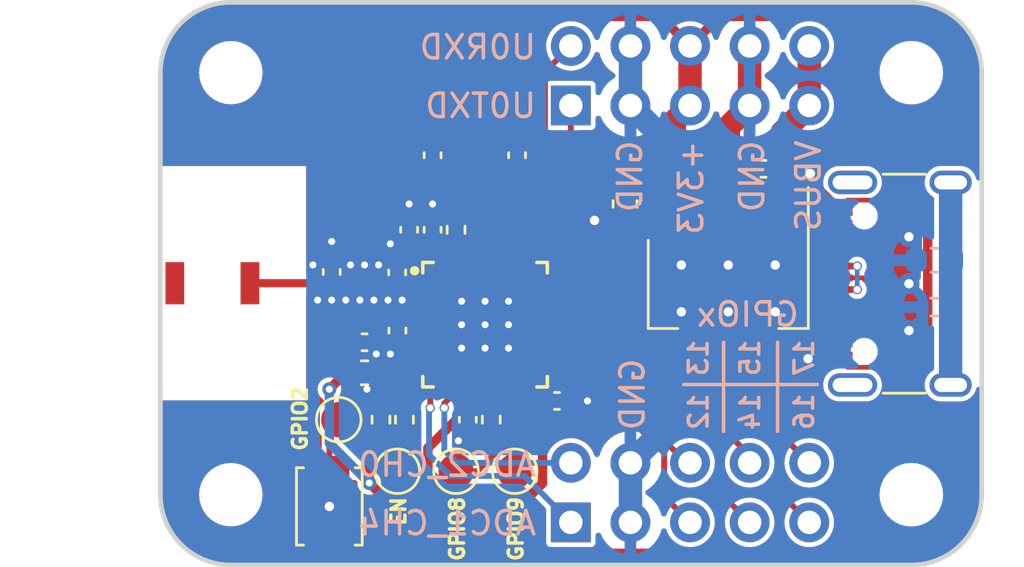
<source format=kicad_pcb>
(kicad_pcb (version 20221018) (generator pcbnew)
  (layers (0 "F.Cu" signal) (31 "B.Cu" signal) (34 "B.Paste" user) (35 "F.Paste" user) (36 "B.SilkS" user "B.Silkscreen") (37 "F.SilkS" user "F.Silkscreen") (38 "B.Mask" user) (39 "F.Mask" user) (44 "Edge.Cuts" user))
  (net 0 "")
  (net 1 "+3V3")
  (net 6 "VBUS")
  (net 7 "GND")
  (net 13 "/USB_D-")
  (net 14 "/USB_D+")
  (net 16 "/GPIO9")
  (net 17 "/GPIO2")
  (net 19 "/EN")
  (net 20 "/RF")
  (net 21 "/ANT")
  (net 22 "/SHIELD")
  (net 23 "/GPIO8")
  (net 24 "/XTAL_P")
  (net 25 "/XTAL_N")
  (net 26 "/XTAL_P_RES")
  (net 27 "/VDD3P3")
  (net 28 "/U0RXD")
  (net 29 "/U0TXD")
  (net 30 "/GPIO12")
  (net 31 "/GPIO13")
  (net 32 "/GPIO14")
  (net 33 "/GPIO15")
  (net 34 "/GPIO16")
  (net 35 "/GPIO17")
  (net 36 "/ADC1_CH4")
  (net 37 "/ADC2_CH0")
  (footprint "TestPoint:TestPoint_Pad_D1.5mm" (layer "F.Cu") (at 126.6 87.8)
    (fp_text reference "TP4" hide)
    (fp_text value "GPIO2" hide)
    (pad "1" smd circle (at 0 0) (size 1.5 1.5) (layers "F.Cu" "F.Mask") (net 17 "/GPIO2"))
  )
  (footprint "MountingHole:MountingHole_2.2mm_M2" (layer "F.Cu") (at 122 73)
    (fp_text reference "H3" hide)
    (fp_text value "MountingHole" hide)
    (pad "" np_thru_hole circle locked (at 0 0) (size 2.2 2.2) (drill 2.2) (layers "*.Cu" "*.Mask"))
  )
  (footprint "Resistor_SMD:R_0402_1005Metric" (layer "F.Cu") (at 129.4 87.8 90)
    (fp_text reference "R4" hide)
    (fp_text value "10k" hide)
    (pad "1" smd roundrect (at -0.51 0 90) (size 0.54 0.64) (layers "F.Cu" "F.Paste" "F.Mask") (net 1 "+3V3"))
    (pad "2" smd roundrect (at 0.51 0 90) (size 0.54 0.64) (layers "F.Cu" "F.Paste" "F.Mask") (net 19 "/EN"))
  )
  (footprint "Capacitor_SMD:C_0402_1005Metric" (layer "F.Cu") (at 135.9 87)
    (fp_text reference "C2" hide)
    (fp_text value "100n" hide)
    (pad "1" smd roundrect (at -0.48 0) (size 0.56 0.62) (layers "F.Cu" "F.Paste" "F.Mask") (net 1 "+3V3"))
    (pad "2" smd roundrect (at 0.48 0) (size 0.56 0.62) (layers "F.Cu" "F.Paste" "F.Mask") (net 7 "GND"))
  )
  (footprint "MountingHole:MountingHole_2.2mm_M2" (layer "F.Cu") (at 151 73)
    (fp_text reference "H2" hide)
    (fp_text value "MountingHole" hide)
    (pad "" np_thru_hole circle locked (at 0 0) (size 2.2 2.2) (drill 2.2) (layers "*.Cu" "*.Mask"))
  )
  (footprint "Capacitor_SMD:C_0402_1005Metric" (layer "F.Cu") (at 130.6 76.52 90)
    (fp_text reference "C5" hide)
    (fp_text value "12pF" hide)
    (pad "1" smd roundrect (at -0.48 0 90) (size 0.56 0.62) (layers "F.Cu" "F.Paste" "F.Mask") (net 24 "/XTAL_P"))
    (pad "2" smd roundrect (at 0.48 0 90) (size 0.56 0.62) (layers "F.Cu" "F.Paste" "F.Mask") (net 7 "GND"))
  )
  (footprint "TestPoint:TestPoint_Pad_D1.5mm" (layer "F.Cu") (at 134.1 90)
    (fp_text reference "TP2" hide)
    (fp_text value "GPIO9" hide)
    (pad "1" smd circle (at 0 0) (size 1.5 1.5) (layers "F.Cu" "F.Mask") (net 16 "/GPIO9"))
  )
  (footprint "Capacitor_SMD:C_0603_1608Metric" (layer "F.Cu") (at 127.7 85.8)
    (fp_text reference "C18" hide)
    (fp_text value "10u" hide)
    (pad "1" smd roundrect (at -0.775 0) (size 0.9 0.95) (layers "F.Cu" "F.Paste" "F.Mask") (net 1 "+3V3"))
    (pad "2" smd roundrect (at 0.775 0) (size 0.9 0.95) (layers "F.Cu" "F.Paste" "F.Mask") (net 7 "GND"))
  )
  (footprint "Capacitor_SMD:C_0402_1005Metric" (layer "F.Cu") (at 126.3 81.5 90)
    (fp_text reference "C14" hide)
    (fp_text value "C" hide)
    (pad "1" smd roundrect (at -0.48 0 90) (size 0.56 0.62) (layers "F.Cu" "F.Paste" "F.Mask") (net 20 "/RF"))
    (pad "2" smd roundrect (at 0.48 0 90) (size 0.56 0.62) (layers "F.Cu" "F.Paste" "F.Mask") (net 7 "GND"))
  )
  (footprint "Capacitor_SMD:C_0402_1005Metric" (layer "F.Cu") (at 130.6 79.7 90)
    (fp_text reference "C4" hide)
    (fp_text value "1u" hide)
    (pad "1" smd roundrect (at -0.48 0 90) (size 0.56 0.62) (layers "F.Cu" "F.Paste" "F.Mask") (net 1 "+3V3"))
    (pad "2" smd roundrect (at 0.48 0 90) (size 0.56 0.62) (layers "F.Cu" "F.Paste" "F.Mask") (net 7 "GND"))
  )
  (footprint "Capacitor_SMD:C_0402_1005Metric" (layer "F.Cu") (at 129.09 81.52 90)
    (fp_text reference "C1" hide)
    (fp_text value "C" hide)
    (pad "1" smd roundrect (at -0.48 0 90) (size 0.56 0.62) (layers "F.Cu" "F.Paste" "F.Mask") (net 21 "/ANT"))
    (pad "2" smd roundrect (at 0.48 0 90) (size 0.56 0.62) (layers "F.Cu" "F.Paste" "F.Mask") (net 7 "GND"))
  )
  (footprint "Inductor_SMD:L_0402_1005Metric" (layer "F.Cu") (at 127.7 81.95)
    (fp_text reference "L1" hide)
    (fp_text value "L" hide)
    (pad "1" smd roundrect (at -0.485 0) (size 0.59 0.64) (layers "F.Cu" "F.Paste" "F.Mask") (net 20 "/RF"))
    (pad "2" smd roundrect (at 0.485 0) (size 0.59 0.64) (layers "F.Cu" "F.Paste" "F.Mask") (net 21 "/ANT"))
  )
  (footprint "Capacitor_SMD:C_0402_1005Metric" (layer "F.Cu") (at 134.2 76.52 -90)
    (fp_text reference "C6" hide)
    (fp_text value "12pF" hide)
    (pad "1" smd roundrect (at -0.48 0 270) (size 0.56 0.62) (layers "F.Cu" "F.Paste" "F.Mask") (net 25 "/XTAL_N"))
    (pad "2" smd roundrect (at 0.48 0 270) (size 0.56 0.62) (layers "F.Cu" "F.Paste" "F.Mask") (net 7 "GND"))
  )
  (footprint "Inductor_SMD:L_0402_1005Metric" (layer "F.Cu") (at 127.7 83.5)
    (fp_text reference "L2" hide)
    (fp_text value "2n" hide)
    (pad "1" smd roundrect (at -0.485 0) (size 0.59 0.64) (layers "F.Cu" "F.Paste" "F.Mask") (net 1 "+3V3"))
    (pad "2" smd roundrect (at 0.485 0) (size 0.59 0.64) (layers "F.Cu" "F.Paste" "F.Mask") (net 27 "/VDD3P3"))
  )
  (footprint "TestPoint:TestPoint_Pad_D1.5mm" (layer "F.Cu") (at 131.6 90)
    (fp_text reference "TP3" hide)
    (fp_text value "GPIO8" hide)
    (pad "1" smd circle (at 0 0) (size 1.5 1.5) (layers "F.Cu" "F.Mask") (net 23 "/GPIO8"))
  )
  (footprint "Connector_USB:USB_C_Receptacle_GCT_USB4105-xx-A_16P_TopMnt_Horizontal" (layer "F.Cu") (at 151.6 82 90)
    (fp_text reference "J1" hide)
    (fp_text value "USB_C_Receptacle_USB2.0" hide)
    (pad "" np_thru_hole circle locked (at -2.89 -2.605 90) (size 0.65 0.65) (drill 0.65) (layers "F&B.Cu" "*.Mask"))
    (pad "" np_thru_hole circle locked (at 2.89 -2.605 90) (size 0.65 0.65) (drill 0.65) (layers "F&B.Cu" "*.Mask"))
    (pad "A1" smd rect locked (at -3.2 -3.68 90) (size 0.6 1.15) (layers "F.Cu" "F.Paste" "F.Mask") (net 7 "GND"))
    (pad "A4" smd rect locked (at -2.4 -3.68 90) (size 0.6 1.15) (layers "F.Cu" "F.Paste" "F.Mask") (net 6 "VBUS"))
    (pad "A5" smd rect locked (at -1.25 -3.68 90) (size 0.3 1.15) (layers "F.Cu" "F.Paste" "F.Mask"))
    (pad "A6" smd rect locked (at -0.25 -3.68 90) (size 0.3 1.15) (layers "F.Cu" "F.Paste" "F.Mask") (net 13 "/USB_D-"))
    (pad "A7" smd rect locked (at 0.25 -3.68 90) (size 0.3 1.15) (layers "F.Cu" "F.Paste" "F.Mask") (net 14 "/USB_D+"))
    (pad "A8" smd rect locked (at 1.25 -3.68 90) (size 0.3 1.15) (layers "F.Cu" "F.Paste" "F.Mask"))
    (pad "A9" smd rect locked (at 2.4 -3.68 90) (size 0.6 1.15) (layers "F.Cu" "F.Paste" "F.Mask") (net 6 "VBUS"))
    (pad "A12" smd rect locked (at 3.2 -3.68 90) (size 0.6 1.15) (layers "F.Cu" "F.Paste" "F.Mask") (net 7 "GND"))
    (pad "B1" smd rect locked (at 3.2 -3.68 90) (size 0.6 1.15) (layers "F.Cu" "F.Paste" "F.Mask") (net 7 "GND"))
    (pad "B4" smd rect locked (at 2.4 -3.68 90) (size 0.6 1.15) (layers "F.Cu" "F.Paste" "F.Mask") (net 6 "VBUS"))
    (pad "B5" smd rect locked (at 1.75 -3.68 90) (size 0.3 1.15) (layers "F.Cu" "F.Paste" "F.Mask"))
    (pad "B6" smd rect locked (at 0.75 -3.68 90) (size 0.3 1.15) (layers "F.Cu" "F.Paste" "F.Mask") (net 13 "/USB_D-"))
    (pad "B7" smd rect locked (at -0.75 -3.68 90) (size 0.3 1.15) (layers "F.Cu" "F.Paste" "F.Mask") (net 14 "/USB_D+"))
    (pad "B8" smd rect locked (at -1.75 -3.68 90) (size 0.3 1.15) (layers "F.Cu" "F.Paste" "F.Mask"))
    (pad "B9" smd rect locked (at -2.4 -3.68 90) (size 0.6 1.15) (layers "F.Cu" "F.Paste" "F.Mask") (net 6 "VBUS"))
    (pad "B12" smd rect locked (at -3.2 -3.68 90) (size 0.6 1.15) (layers "F.Cu" "F.Paste" "F.Mask") (net 7 "GND"))
    (pad "S1" thru_hole oval locked (at -4.32 -3.105 90) (size 1 2.1) (drill oval 0.6 1.7) (layers "*.Cu" "*.Mask" "F.Paste") (net 22 "/SHIELD"))
    (pad "S1" thru_hole oval locked (at -4.32 1.075 90) (size 1 1.8) (drill oval 0.6 1.4) (layers "*.Cu" "*.Mask" "F.Paste") (net 22 "/SHIELD"))
    (pad "S1" thru_hole oval locked (at 4.32 -3.105 90) (size 1 2.1) (drill oval 0.6 1.7) (layers "*.Cu" "*.Mask" "F.Paste") (net 22 "/SHIELD"))
    (pad "S1" thru_hole oval locked (at 4.32 1.075 90) (size 1 1.8) (drill oval 0.6 1.4) (layers "*.Cu" "*.Mask" "F.Paste") (net 22 "/SHIELD"))
  )
  (footprint "Capacitor_SMD:C_0402_1005Metric" (layer "F.Cu") (at 129.1 84 -90)
    (fp_text reference "C15" hide)
    (fp_text value "100n" hide)
    (pad "1" smd roundrect (at -0.48 0 270) (size 0.56 0.62) (layers "F.Cu" "F.Paste" "F.Mask") (net 27 "/VDD3P3"))
    (pad "2" smd roundrect (at 0.48 0 270) (size 0.56 0.62) (layers "F.Cu" "F.Paste" "F.Mask") (net 7 "GND"))
  )
  (footprint "MountingHole:MountingHole_2.2mm_M2" (layer "F.Cu") (at 151 91)
    (fp_text reference "H1" hide)
    (fp_text value "MountingHole" hide)
    (pad "" np_thru_hole circle locked (at 0 0) (size 2.2 2.2) (drill 2.2) (layers "*.Cu" "*.Mask"))
  )
  (footprint "Connector_PinHeader_2.54mm:PinHeader_2x05_P2.54mm_Vertical" (layer "F.Cu") (at 136.49 92.18 90)
    (fp_text reference "J2" hide)
    (fp_text value "Conn_02x05_Odd_Even" hide)
    (pad "1" thru_hole rect locked (at 0 0 90) (size 1.7 1.7) (drill 1) (layers "*.Cu" "*.Mask") (net 36 "/ADC1_CH4"))
    (pad "2" thru_hole oval locked (at 2.54 0 90) (size 1.7 1.7) (drill 1) (layers "*.Cu" "*.Mask") (net 37 "/ADC2_CH0"))
    (pad "3" thru_hole oval locked (at 0 2.54 90) (size 1.7 1.7) (drill 1) (layers "*.Cu" "*.Mask") (net 7 "GND"))
    (pad "4" thru_hole oval locked (at 2.54 2.54 90) (size 1.7 1.7) (drill 1) (layers "*.Cu" "*.Mask") (net 7 "GND"))
    (pad "5" thru_hole oval locked (at 0 5.08 90) (size 1.7 1.7) (drill 1) (layers "*.Cu" "*.Mask") (net 30 "/GPIO12"))
    (pad "6" thru_hole oval locked (at 2.54 5.08 90) (size 1.7 1.7) (drill 1) (layers "*.Cu" "*.Mask") (net 31 "/GPIO13"))
    (pad "7" thru_hole oval locked (at 0 7.62 90) (size 1.7 1.7) (drill 1) (layers "*.Cu" "*.Mask") (net 32 "/GPIO14"))
    (pad "8" thru_hole oval locked (at 2.54 7.62 90) (size 1.7 1.7) (drill 1) (layers "*.Cu" "*.Mask") (net 33 "/GPIO15"))
    (pad "9" thru_hole oval locked (at 0 10.16 90) (size 1.7 1.7) (drill 1) (layers "*.Cu" "*.Mask") (net 34 "/GPIO16"))
    (pad "10" thru_hole oval locked (at 2.54 10.16 90) (size 1.7 1.7) (drill 1) (layers "*.Cu" "*.Mask") (net 35 "/GPIO17"))
  )
  (footprint "Connector_PinHeader_2.54mm:PinHeader_2x05_P2.54mm_Vertical" (layer "F.Cu") (at 136.49 74.4 90)
    (fp_text reference "J3" hide)
    (fp_text value "Conn_02x05_Odd_Even" hide)
    (pad "1" thru_hole rect locked (at 0 0 90) (size 1.7 1.7) (drill 1) (layers "*.Cu" "*.Mask") (net 28 "/U0RXD"))
    (pad "2" thru_hole oval locked (at 2.54 0 90) (size 1.7 1.7) (drill 1) (layers "*.Cu" "*.Mask") (net 29 "/U0TXD"))
    (pad "3" thru_hole oval locked (at 0 2.54 90) (size 1.7 1.7) (drill 1) (layers "*.Cu" "*.Mask") (net 7 "GND"))
    (pad "4" thru_hole oval locked (at 2.54 2.54 90) (size 1.7 1.7) (drill 1) (layers "*.Cu" "*.Mask") (net 7 "GND"))
    (pad "5" thru_hole oval locked (at 0 5.08 90) (size 1.7 1.7) (drill 1) (layers "*.Cu" "*.Mask") (net 1 "+3V3"))
    (pad "6" thru_hole oval locked (at 2.54 5.08 90) (size 1.7 1.7) (drill 1) (layers "*.Cu" "*.Mask") (net 1 "+3V3"))
    (pad "7" thru_hole oval locked (at 0 7.62 90) (size 1.7 1.7) (drill 1) (layers "*.Cu" "*.Mask") (net 7 "GND"))
    (pad "8" thru_hole oval locked (at 2.54 7.62 90) (size 1.7 1.7) (drill 1) (layers "*.Cu" "*.Mask") (net 7 "GND"))
    (pad "9" thru_hole oval locked (at 0 10.16 90) (size 1.7 1.7) (drill 1) (layers "*.Cu" "*.Mask") (net 6 "VBUS"))
    (pad "10" thru_hole oval locked (at 2.54 10.16 90) (size 1.7 1.7) (drill 1) (layers "*.Cu" "*.Mask") (net 6 "VBUS"))
  )
  (footprint "Capacitor_SMD:C_0402_1005Metric" (layer "F.Cu") (at 129.6 79.7 90)
    (fp_text reference "C3" hide)
    (fp_text value "10n" hide)
    (pad "1" smd roundrect (at -0.48 0 90) (size 0.56 0.62) (layers "F.Cu" "F.Paste" "F.Mask") (net 1 "+3V3"))
    (pad "2" smd roundrect (at 0.48 0 90) (size 0.56 0.62) (layers "F.Cu" "F.Paste" "F.Mask") (net 7 "GND"))
  )
  (footprint "Resistor_SMD:R_0402_1005Metric" (layer "F.Cu") (at 133.1 87.8 90)
    (fp_text reference "R2" hide)
    (fp_text value "10k" hide)
    (pad "1" smd roundrect (at -0.51 0 90) (size 0.54 0.64) (layers "F.Cu" "F.Paste" "F.Mask") (net 1 "+3V3"))
    (pad "2" smd roundrect (at 0.51 0 90) (size 0.54 0.64) (layers "F.Cu" "F.Paste" "F.Mask") (net 23 "/GPIO8"))
  )
  (footprint "Capacitor_SMD:C_0402_1005Metric" (layer "F.Cu") (at 144.7 77.1 180)
    (fp_text reference "C12" hide)
    (fp_text value "100n" hide)
    (pad "1" smd roundrect (at -0.48 0 180) (size 0.56 0.62) (layers "F.Cu" "F.Paste" "F.Mask") (net 6 "VBUS"))
    (pad "2" smd roundrect (at 0.48 0 180) (size 0.56 0.62) (layers "F.Cu" "F.Paste" "F.Mask") (net 7 "GND"))
  )
  (footprint "Resistor_SMD:R_0402_1005Metric" (layer "F.Cu") (at 128.4 87.8 90)
    (fp_text reference "R3" hide)
    (fp_text value "10k" hide)
    (pad "1" smd roundrect (at -0.51 0 90) (size 0.54 0.64) (layers "F.Cu" "F.Paste" "F.Mask") (net 1 "+3V3"))
    (pad "2" smd roundrect (at 0.51 0 90) (size 0.54 0.64) (layers "F.Cu" "F.Paste" "F.Mask") (net 17 "/GPIO2"))
  )
  (footprint "Resistor_SMD:R_0402_1005Metric" (layer "F.Cu") (at 131.6 79.7 -90)
    (fp_text reference "R6" hide)
    (fp_text value "R" hide)
    (pad "1" smd roundrect (at -0.51 0 270) (size 0.54 0.64) (layers "F.Cu" "F.Paste" "F.Mask") (net 24 "/XTAL_P"))
    (pad "2" smd roundrect (at 0.51 0 270) (size 0.54 0.64) (layers "F.Cu" "F.Paste" "F.Mask") (net 26 "/XTAL_P_RES"))
  )
  (footprint "encyclopedia_galactica:ABM11W-30.0000MHZ-7-D1X-T3" (layer "F.Cu") (at 132.400001 76.7 180)
    (fp_text reference "Y1" hide)
    (fp_text value "ABM11W-32.0000MHZ-7-D1X-T3 " hide)
    (pad "1" smd rect (at -0.637 -0.487 270) (size 0.775 0.875) (layers "F.Cu" "F.Paste" "F.Mask") (net 7 "GND"))
    (pad "2" smd rect (at 0.637 -0.487 270) (size 0.775 0.875) (layers "F.Cu" "F.Paste" "F.Mask") (net 24 "/XTAL_P"))
    (pad "3" smd rect (at -0.637 0.487 270) (size 0.775 0.875) (layers "F.Cu" "F.Paste" "F.Mask") (net 25 "/XTAL_N"))
    (pad "4" smd rect (at 0.637 0.487 270) (size 0.775 0.875) (layers "F.Cu" "F.Paste" "F.Mask") (net 7 "GND"))
  )
  (footprint "Package_TO_SOT_SMD:SOT-223-3_TabPin2" (layer "F.Cu") (at 143.2 82 -90)
    (fp_text reference "U2" hide)
    (fp_text value "LM2937xMP" hide)
    (pad "1" smd rect locked (at -3.15 -2.3 270) (size 2 1.5) (layers "F.Cu" "F.Paste" "F.Mask") (net 6 "VBUS"))
    (pad "2" smd rect locked (at -3.15 0 270) (size 2 1.5) (layers "F.Cu" "F.Paste" "F.Mask") (net 7 "GND"))
    (pad "2" smd rect locked (at 3.15 0 270) (size 2 3.8) (layers "F.Cu" "F.Paste" "F.Mask") (net 7 "GND"))
    (pad "3" smd rect locked (at -3.15 2.3 270) (size 2 1.5) (layers "F.Cu" "F.Paste" "F.Mask") (net 1 "+3V3"))
  )
  (footprint "Capacitor_SMD:C_0402_1005Metric" (layer "F.Cu") (at 132.1 87.8 -90)
    (fp_text reference "C17" hide)
    (fp_text value "100n" hide)
    (pad "1" smd roundrect (at -0.48 0 270) (size 0.56 0.62) (layers "F.Cu" "F.Paste" "F.Mask") (net 1 "+3V3"))
    (pad "2" smd roundrect (at 0.48 0 270) (size 0.56 0.62) (layers "F.Cu" "F.Paste" "F.Mask") (net 7 "GND"))
  )
  (footprint "MountingHole:MountingHole_2.2mm_M2" (layer "F.Cu") (at 122 91)
    (fp_text reference "H4" hide)
    (fp_text value "MountingHole" hide)
    (pad "" np_thru_hole circle locked (at 0 0) (size 2.2 2.2) (drill 2.2) (layers "*.Cu" "*.Mask"))
  )
  (footprint "encyclopedia_galactica:QFN32_5X5_EXP" (layer "F.Cu") (at 132.834851 83.7487)
    (fp_text reference "U1" hide)
    (fp_text value "ESP32-C3" hide)
    (pad "1" smd rect locked (at -2.4487 -1.749999 90) (size 0.2548 0.757199) (layers "F.Cu" "F.Paste" "F.Mask") (net 21 "/ANT"))
    (pad "2" smd rect locked (at -2.4487 -1.25 90) (size 0.2548 0.757199) (layers "F.Cu" "F.Paste" "F.Mask") (net 27 "/VDD3P3"))
    (pad "3" smd rect locked (at -2.4487 -0.750001 90) (size 0.2548 0.757199) (layers "F.Cu" "F.Paste" "F.Mask") (net 27 "/VDD3P3"))
    (pad "4" smd rect locked (at -2.4487 -0.25 90) (size 0.2548 0.757199) (layers "F.Cu" "F.Paste" "F.Mask"))
    (pad "5" smd rect locked (at -2.4487 0.25 90) (size 0.2548 0.757199) (layers "F.Cu" "F.Paste" "F.Mask"))
    (pad "6" smd rect locked (at -2.4487 0.750001 90) (size 0.2548 0.757199) (layers "F.Cu" "F.Paste" "F.Mask") (net 17 "/GPIO2"))
    (pad "7" smd rect locked (at -2.4487 1.25 90) (size 0.2548 0.757199) (layers "F.Cu" "F.Paste" "F.Mask") (net 19 "/EN"))
    (pad "8" smd rect locked (at -2.4487 1.749999 90) (size 0.2548 0.757199) (layers "F.Cu" "F.Paste" "F.Mask"))
    (pad "9" smd rect locked (at -1.749999 2.4487) (size 0.2548 0.757199) (layers "F.Cu" "F.Paste" "F.Mask") (net 36 "/ADC1_CH4"))
    (pad "10" smd rect locked (at -1.25 2.4487) (size 0.2548 0.757199) (layers "F.Cu" "F.Paste" "F.Mask") (net 37 "/ADC2_CH0"))
    (pad "11" smd rect locked (at -0.750001 2.4487) (size 0.2548 0.757199) (layers "F.Cu" "F.Paste" "F.Mask") (net 1 "+3V3"))
    (pad "12" smd rect locked (at -0.25 2.4487) (size 0.2548 0.757199) (layers "F.Cu" "F.Paste" "F.Mask"))
    (pad "13" smd rect locked (at 0.25 2.4487) (size 0.2548 0.757199) (layers "F.Cu" "F.Paste" "F.Mask"))
    (pad "14" smd rect locked (at 0.750001 2.4487) (size 0.2548 0.757199) (layers "F.Cu" "F.Paste" "F.Mask") (net 23 "/GPIO8"))
    (pad "15" smd rect locked (at 1.25 2.4487) (size 0.2548 0.757199) (layers "F.Cu" "F.Paste" "F.Mask") (net 16 "/GPIO9"))
    (pad "16" smd rect locked (at 1.749999 2.4487) (size 0.2548 0.757199) (layers "F.Cu" "F.Paste" "F.Mask"))
    (pad "17" smd rect locked (at 2.4487 1.749999 90) (size 0.2548 0.757199) (layers "F.Cu" "F.Paste" "F.Mask") (net 1 "+3V3"))
    (pad "18" smd rect locked (at 2.4487 1.25 90) (size 0.2548 0.757199) (layers "F.Cu" "F.Paste" "F.Mask"))
    (pad "19" smd rect locked (at 2.4487 0.750001 90) (size 0.2548 0.757199) (layers "F.Cu" "F.Paste" "F.Mask") (net 30 "/GPIO12"))
    (pad "20" smd rect locked (at 2.4487 0.25 90) (size 0.2548 0.757199) (layers "F.Cu" "F.Paste" "F.Mask") (net 31 "/GPIO13"))
    (pad "21" smd rect locked (at 2.4487 -0.25 90) (size 0.2548 0.757199) (layers "F.Cu" "F.Paste" "F.Mask") (net 32 "/GPIO14"))
    (pad "22" smd rect locked (at 2.4487 -0.750001 90) (size 0.2548 0.757199) (layers "F.Cu" "F.Paste" "F.Mask") (net 33 "/GPIO15"))
    (pad "23" smd rect locked (at 2.4487 -1.25 90) (size 0.2548 0.757199) (layers "F.Cu" "F.Paste" "F.Mask") (net 34 "/GPIO16"))
    (pad "24" smd rect locked (at 2.4487 -1.749999 90) (size 0.2548 0.757199) (layers "F.Cu" "F.Paste" "F.Mask") (net 35 "/GPIO17"))
    (pad "25" smd rect locked (at 1.749999 -2.4487) (size 0.2548 0.757199) (layers "F.Cu" "F.Paste" "F.Mask") (net 13 "/USB_D-"))
    (pad "26" smd rect locked (at 1.25 -2.4487) (size 0.2548 0.757199) (layers "F.Cu" "F.Paste" "F.Mask") (net 14 "/USB_D+"))
    (pad "27" smd rect locked (at 0.750001 -2.4487) (size 0.2548 0.757199) (layers "F.Cu" "F.Paste" "F.Mask") (net 28 "/U0RXD"))
    (pad "28" smd rect locked (at 0.25 -2.4487) (size 0.2548 0.757199) (layers "F.Cu" "F.Paste" "F.Mask") (net 29 "/U0TXD"))
    (pad "29" smd rect locked (at -0.25 -2.4487) (size 0.2548 0.757199) (layers "F.Cu" "F.Paste" "F.Mask") (net 25 "/XTAL_N"))
    (pad "30" smd rect locked (at -0.750001 -2.4487) (size 0.2548 0.757199) (layers "F.Cu" "F.Paste" "F.Mask") (net 26 "/XTAL_P_RES"))
    (pad "31" smd rect locked (at -1.25 -2.4487) (size 0.2548 0.757199) (layers "F.Cu" "F.Paste" "F.Mask") (net 1 "+3V3"))
    (pad "32" smd rect locked (at -1.749999 -2.4487) (size 0.2548 0.757199) (layers "F.Cu" "F.Paste" "F.Mask") (net 1 "+3V3"))
    (pad "33" smd rect locked (at 0 0) (size 3.7592 3.7592) (layers "F.Cu" "F.Mask") (net 7 "GND"))
  )
  (footprint "Capacitor_SMD:C_0402_1005Metric" (layer "F.Cu") (at 127.7 84.5)
    (fp_text reference "C16" hide)
    (fp_text value "100n" hide)
    (pad "1" smd roundrect (at -0.48 0) (size 0.56 0.62) (layers "F.Cu" "F.Paste" "F.Mask") (net 1 "+3V3"))
    (pad "2" smd roundrect (at 0.48 0) (size 0.56 0.62) (layers "F.Cu" "F.Paste" "F.Mask") (net 7 "GND"))
  )
  (footprint "TestPoint:TestPoint_Pad_D1.5mm" (layer "F.Cu") (at 129.1 90)
    (fp_text reference "TP1" hide)
    (fp_text value "EN" hide)
    (pad "1" smd circle (at 0 0) (size 1.5 1.5) (layers "F.Cu" "F.Mask") (net 19 "/EN"))
  )
  (footprint "Capacitor_SMD:C_0603_1608Metric" (layer "F.Cu") (at 138.8 78.6 -90)
    (fp_text reference "C13" hide)
    (fp_text value "10u" hide)
    (pad "1" smd roundrect (at -0.775 0 270) (size 0.9 0.95) (layers "F.Cu" "F.Paste" "F.Mask") (net 1 "+3V3"))
    (pad "2" smd roundrect (at 0.775 0 270) (size 0.9 0.95) (layers "F.Cu" "F.Paste" "F.Mask") (net 7 "GND"))
  )
  (footprint "Button_Switch_SMD:SW_SPST_B3U-1000P" (layer "F.Cu") (at 126.2 91.5 90)
    (fp_text reference "SW1" hide)
    (fp_text value "SW_Push" hide)
    (pad "1" smd rect (at -1.7 0 90) (size 0.9 1.7) (layers "F.Cu" "F.Paste" "F.Mask") (net 7 "GND"))
    (pad "2" smd rect (at 1.7 0 90) (size 0.9 1.7) (layers "F.Cu" "F.Paste" "F.Mask") (net 17 "/GPIO2"))
  )
  (footprint "encyclopedia_galactica:2108838-1" (layer "F.Cu") (at 118.715 81.98)
    (fp_text reference "AE1" hide)
    (fp_text value "2108838-1" hide)
    (pad "1" smd rect locked (at 4.1 0) (size 0.8 1.8) (layers "F.Cu" "F.Paste" "F.Mask") (net 20 "/RF"))
    (pad "2" smd rect locked (at 0.9 0) (size 0.8 1.8) (layers "F.Cu" "F.Paste" "F.Mask"))
    (zone (net 0) (net_name "") (layers "*.Cu") (connect_pads (clearance 0)) (min_thickness 0.25)
      (keepout (tracks allowed) (vias not_allowed) (pads allowed) (copperpour not_allowed) (footprints not_allowed))
      (fill (thermal_gap 0.5) (thermal_bridge_width 0.5))
      (polygon (pts (xy 112.215 76.98) (xy 112.215 86.98) (xy 125.215 86.98) (xy 125.215 76.98)))
    )
  )
  (footprint "Capacitor_SMD:C_0603_1608Metric" (layer "B.Cu") (at 151.98 81 180)
    (fp_text reference "C11" hide)
    (fp_text value "C" hide)
    (pad "1" smd roundrect (at -0.775 0 180) (size 0.9 0.95) (layers "B.Cu" "B.Paste" "B.Mask") (net 22 "/SHIELD"))
    (pad "2" smd roundrect (at 0.775 0 180) (size 0.9 0.95) (layers "B.Cu" "B.Paste" "B.Mask") (net 7 "GND"))
  )
  (footprint "Resistor_SMD:R_0402_1005Metric" (layer "B.Cu") (at 151.98 83 180)
    (fp_text reference "R1" hide)
    (fp_text value "R" hide)
    (pad "1" smd roundrect (at -0.51 0 180) (size 0.54 0.64) (layers "B.Cu" "B.Paste" "B.Mask") (net 22 "/SHIELD"))
    (pad "2" smd roundrect (at 0.51 0 180) (size 0.54 0.64) (layers "B.Cu" "B.Paste" "B.Mask") (net 7 "GND"))
  )
  (gr_line (start 143 84.5) (end 143 88.3) (stroke (width 0.15)) (layer "B.SilkS"))
  (gr_line (start 145.3 84.5) (end 145.3 88.3) (stroke (width 0.15)) (layer "B.SilkS"))
  (gr_line (start 141.3 86.3) (end 147 86.3) (stroke (width 0.15)) (layer "B.SilkS"))
  (gr_line locked (start 122.000001 94) (end 151 94) (stroke (width 0.2)) (layer "Edge.Cuts"))
  (gr_arc locked (start 154.000002 91.000001) (mid 153.121322 93.121321) (end 151.000002 94.000001) (stroke (width 0.2)) (layer "Edge.Cuts"))
  (gr_line locked (start 119.000001 72.999999) (end 119 91) (stroke (width 0.2)) (layer "Edge.Cuts"))
  (gr_arc locked (start 151.000002 69.999999) (mid 153.121321 70.878679) (end 154.000002 72.999999) (stroke (width 0.2)) (layer "Edge.Cuts"))
  (gr_arc locked (start 122 94.000001) (mid 119.878673 93.121322) (end 119 91.000001) (stroke (width 0.2)) (layer "Edge.Cuts"))
  (gr_line locked (start 154.000003 73) (end 154.000002 91.000001) (stroke (width 0.2)) (layer "Edge.Cuts"))
  (gr_arc locked (start 119.000001 73) (mid 119.878674 70.878667) (end 122.000001 70) (stroke (width 0.2)) (layer "Edge.Cuts"))
  (gr_line locked (start 122.000001 70) (end 151 70) (stroke (width 0.2)) (layer "Edge.Cuts"))
  (gr_text "ADC1_CH4" (at 135.1 92.8) (layer "B.SilkS") (effects (font (size 1 1)) (justify left bottom mirror)))
  (gr_text "GND" (at 139.6 75.8 90) (layer "B.SilkS") (effects (font (size 1 1)) (justify left bottom mirror)))
  (gr_text "12" (at 142.4 86.6 90) (layer "B.SilkS") (effects (font (size 0.8 0.8)) (justify left bottom mirror)))
  (gr_text "GPIOx" (at 146.3 83.9) (layer "B.SilkS") (effects (font (size 1 1)) (justify left bottom mirror)))
  (gr_text "17" (at 146.9 84.3 90) (layer "B.SilkS") (effects (font (size 0.8 0.8)) (justify left bottom mirror)))
  (gr_text "15" (at 144.6 84.3 90) (layer "B.SilkS") (effects (font (size 0.8 0.8)) (justify left bottom mirror)))
  (gr_text "13" (at 142.4 84.3 90) (layer "B.SilkS") (effects (font (size 0.8 0.8)) (justify left bottom mirror)))
  (gr_text "U0TXD" (at 135.1 75) (layer "B.SilkS") (effects (font (size 1 1)) (justify left bottom mirror)))
  (gr_text "16" (at 146.9 86.6 90) (layer "B.SilkS") (effects (font (size 0.8 0.8)) (justify left bottom mirror)))
  (gr_text "VBUS" (at 147.2 75.8 90) (layer "B.SilkS") (effects (font (size 1 1)) (justify left bottom mirror)))
  (gr_text "+3V3" (at 142.2 75.8 90) (layer "B.SilkS") (effects (font (size 1 1)) (justify left bottom mirror)))
  (gr_text "ADC2_CH0" (at 135.1 90.3) (layer "B.SilkS") (effects (font (size 1 1)) (justify left bottom mirror)))
  (gr_text "U0RXD" (at 135.1 72.5) (layer "B.SilkS") (effects (font (size 1 1)) (justify left bottom mirror)))
  (gr_text "GND" (at 139.7 85.1 90) (layer "B.SilkS") (effects (font (size 1 1)) (justify left bottom mirror)))
  (gr_text "14" (at 144.6 86.6 90) (layer "B.SilkS") (effects (font (size 0.8 0.8)) (justify left bottom mirror)))
  (gr_text "GND" (at 144.8 75.8 90) (layer "B.SilkS") (effects (font (size 1 1)) (justify left bottom mirror)))
  (gr_text "GPIO9" (at 134.5 93.9 90) (layer "F.SilkS") (effects (font (size 0.6 0.6)) (justify left bottom)))
  (gr_text "GPIO2" (at 125.3 89.2 90) (layer "F.SilkS") (effects (font (size 0.6 0.6)) (justify left bottom)))
  (gr_text "GPIO8" (at 132 93.9 90) (layer "F.SilkS") (effects (font (size 0.6 0.6)) (justify left bottom)))
  (gr_text "EN" (at 129.5 92.4 90) (layer "F.SilkS") (effects (font (size 0.6 0.6)) (justify left bottom)))
  (segment (start 132.11 87.32) (end 132.1 87.32) (width 0.4) (layer "F.Cu") (net 1))
  (segment (start 142.83 70.6) (end 147.325 70.6) (width 0.4) (layer "F.Cu") (net 1))
  (segment (start 139.875 77.825) (end 140.9 78.85) (width 0.4) (layer "F.Cu") (net 1))
  (segment (start 131.084852 80.815148) (end 131.092425 80.807575) (width 0.4) (layer "F.Cu") (net 1))
  (segment (start 132.08485 86.1974) (end 132.08485 87.30485) (width 0.4) (layer "F.Cu") (net 1))
  (segment (start 135.283551 90.516449) (end 133.878 91.922) (width 0.4) (layer "F.Cu") (net 1))
  (segment (start 129.528529 80.18) (end 129.6 80.18) (width 0.4) (layer "F.Cu") (net 1))
  (segment (start 130.6 80.18) (end 129.6 80.18) (width 0.4) (layer "F.Cu") (net 1))
  (segment (start 126.9 85.8) (end 126.925 85.8) (width 0.4) (layer "F.Cu") (net 1))
  (segment (start 130.4 89.009562) (end 130.4 91.2) (width 0.4) (layer "F.Cu") (net 1))
  (segment (start 126.2 86.5) (end 126.9 85.8) (width 0.4) (layer "F.Cu") (net 1))
  (segment (start 131.084852 81.3) (end 131.084852 80.815148) (width 0.4) (layer "F.Cu") (net 1))
  (segment (start 127.22 84.5) (end 127.22 85.505) (width 0.4) (layer "F.Cu") (net 1))
  (segment (start 128.963 79.614471) (end 129.528529 80.18) (width 0.4) (layer "F.Cu") (net 1))
  (segment (start 132.2 70.6) (end 128.963 73.837) (width 0.4) (layer "F.Cu") (net 1))
  (segment (start 141.57 74.4) (end 141.57 71.86) (width 1) (layer "F.Cu") (net 1))
  (segment (start 141.57 71.86) (end 140.31 70.6) (width 0.4) (layer "F.Cu") (net 1))
  (segment (start 127.22 85.505) (end 126.925 85.8) (width 0.4) (layer "F.Cu") (net 1))
  (segment (start 147.325 70.6) (end 148.2 71.475) (width 0.4) (layer "F.Cu") (net 1))
  (segment (start 148.2 92.5) (end 147.2 93.5) (width 0.4) (layer "F.Cu") (net 1))
  (segment (start 135.283551 85.498699) (end 135.283551 90.516449) (width 0.4) (layer "F.Cu") (net 1))
  (segment (start 148.2 71.475) (end 148.2 75.2) (width 0.4) (layer "F.Cu") (net 1))
  (segment (start 130.6 80.315149) (end 130.6 80.18) (width 0.4) (layer "F.Cu") (net 1))
  (segment (start 131.092425 80.807575) (end 130.6 80.315149) (width 0.4) (layer "F.Cu") (net 1))
  (segment (start 127.9 90.5) (end 127.9 88.81) (width 0.4) (layer "F.Cu") (net 1))
  (segment (start 131.584851 81.3) (end 131.092425 80.807575) (width 0.4) (layer "F.Cu") (net 1))
  (segment (start 147.2 93.5) (end 135.456 93.5) (width 0.4) (layer "F.Cu") (net 1))
  (segment (start 127.9 90.5) (end 128.6 91.2) (width 0.4) (layer "F.Cu") (net 1))
  (segment (start 133.878 91.922) (end 133.156 91.2) (width 0.4) (layer "F.Cu") (net 1))
  (segment (start 140.9 75.07) (end 141.57 74.4) (width 1) (layer "F.Cu") (net 1))
  (segment (start 141.57 71.86) (end 142.83 70.6) (width 0.4) (layer "F.Cu") (net 1))
  (segment (start 151.7 78.7) (end 151.7 85.3) (width 0.4) (layer "F.Cu") (net 1))
  (segment (start 128.963 73.837) (end 128.963 79.614471) (width 0.4) (layer "F.Cu") (net 1))
  (segment (start 151.7 85.3) (end 148.2 88.8) (width 0.4) (layer "F.Cu") (net 1))
  (segment (start 128.6 91.2) (end 130.4 91.2) (width 0.4) (layer "F.Cu") (net 1))
  (segment (start 133.156 91.2) (end 130.4 91.2) (width 0.4) (layer "F.Cu") (net 1))
  (segment (start 129.4 88.31) (end 128.4 88.31) (width 0.4) (layer "F.Cu") (net 1))
  (segment (start 138.8 77.825) (end 139.875 77.825) (width 0.4) (layer "F.Cu") (net 1))
  (segment (start 127.215 84.495) (end 127.22 84.5) (width 0.4) (layer "F.Cu") (net 1))
  (segment (start 133.1 88.31) (end 132.11 87.32) (width 0.4) (layer "F.Cu") (net 1))
  (segment (start 140.9 78.85) (end 140.9 75.07) (width 1) (layer "F.Cu") (net 1))
  (segment (start 132.1 87.32) (end 132.089562 87.32) (width 0.4) (layer "F.Cu") (net 1))
  (segment (start 140.31 70.6) (end 132.2 70.6) (width 0.4) (layer "F.Cu") (net 1))
  (segment (start 135.456 93.5) (end 133.878 91.922) (width 0.4) (layer "F.Cu") (net 1))
  (segment (start 127.9 88.81) (end 128.4 88.31) (width 0.4) (layer "F.Cu") (net 1))
  (segment (start 148.2 75.2) (end 151.7 78.7) (width 0.4) (layer "F.Cu") (net 1))
  (segment (start 148.2 88.8) (end 148.2 92.5) (width 0.4) (layer "F.Cu") (net 1))
  (segment (start 127.215 83.5) (end 127.215 84.495) (width 0.4) (layer "F.Cu") (net 1))
  (segment (start 132.089562 87.32) (end 130.4 89.009562) (width 0.4) (layer "F.Cu") (net 1))
  (segment (start 132.08485 87.30485) (end 132.1 87.32) (width 0.4) (layer "F.Cu") (net 1))
  (via (at 126.2 86.5) (size 0.6) (drill 0.3) (layers "F.Cu" "B.Cu") (net 1))
  (via (at 127.9 90.5) (size 0.6) (drill 0.3) (layers "F.Cu" "B.Cu") (net 1))
  (segment (start 127.9 90.5) (end 126.2 88.8) (width 0.4) (layer "B.Cu") (net 1))
  (segment (start 126.2 88.8) (end 126.2 86.5) (width 0.4) (layer "B.Cu") (net 1))
  (segment (start 145.5 78.85) (end 145.5 75.55) (width 1) (layer "F.Cu") (net 6))
  (segment (start 147.92 84.4) (end 148.42434 84.4) (width 0.35) (layer "F.Cu") (net 6))
  (segment (start 149.597 80.77266) (end 148.42434 79.6) (width 0.35) (layer "F.Cu") (net 6))
  (segment (start 148.42434 84.4) (end 149.597 83.22734) (width 0.35) (layer "F.Cu") (net 6))
  (segment (start 149.597 83.22734) (end 149.597 80.77266) (width 0.35) (layer "F.Cu") (net 6))
  (segment (start 147.92 79.6) (end 146.25 79.6) (width 0.4) (layer "F.Cu") (net 6))
  (segment (start 148.42434 79.6) (end 147.92 79.6) (width 0.35) (layer "F.Cu") (net 6))
  (segment (start 146.25 79.6) (end 145.5 78.85) (width 0.4) (layer "F.Cu") (net 6))
  (segment (start 146.65 71.86) (end 146.65 74.4) (width 1) (layer "F.Cu") (net 6))
  (segment (start 145.5 75.55) (end 146.65 74.4) (width 1) (layer "F.Cu") (net 6))
  (segment (start 149.334999 85.565) (end 150.9 83.999999) (width 0.2) (layer "F.Cu") (net 7))
  (segment (start 148.285 78.435) (end 149.335001 78.435) (width 0.2) (layer "F.Cu") (net 7))
  (segment (start 147.92 85.2) (end 146.6 85.2) (width 0.35) (layer "F.Cu") (net 7))
  (segment (start 130.6 79.22) (end 130.6 78.6) (width 0.4) (layer "F.Cu") (net 7))
  (segment (start 131.7 88.7) (end 132.1 88.3) (width 0.4) (layer "F.Cu") (net 7))
  (segment (start 147.92 78.8) (end 148.285 78.435) (width 0.2) (layer "F.Cu") (net 7))
  (segment (start 146.7 77.58) (end 147.92 78.8) (width 0.35) (layer "F.Cu") (net 7))
  (segment (start 128.2 84.52) (end 128.18 84.5) (width 0.4) (layer "F.Cu") (net 7))
  (segment (start 144.22 77.83) (end 143.2 78.85) (width 0.4) (layer "F.Cu") (net 7))
  (segment (start 144.11 74.4) (end 144.11 71.86) (width 1) (layer "F.Cu") (net 7))
  (segment (start 146.7 77.3) (end 146.7 77.58) (width 0.35) (layer "F.Cu") (net 7))
  (segment (start 128.8 80.75) (end 129.09 81.04) (width 0.4) (layer "F.Cu") (net 7))
  (segment (start 143.2 76.9) (end 143.2 75.31) (width 1) (layer "F.Cu") (net 7))
  (segment (start 129.6 79.22) (end 129.6 78.6) (width 0.4) (layer "F.Cu") (net 7))
  (segment (start 147.92 85.2) (end 148.285 85.565) (width 0.2) (layer "F.Cu") (net 7))
  (segment (start 148.285 85.565) (end 149.334999 85.565) (width 0.2) (layer "F.Cu") (net 7))
  (segment (start 126.2 93.2) (end 126.2 91.5) (width 0.4) (layer "F.Cu") (net 7))
  (segment (start 128.2 85) (end 128.2 84.52) (width 0.4) (layer "F.Cu") (net 7))
  (segment (start 144.22 77.1) (end 144.22 77.83) (width 0.4) (layer "F.Cu") (net 7))
  (segment (start 143.2 85.15) (end 146.55 85.15) (width 1) (layer "F.Cu") (net 7))
  (segment (start 146.55 85.15) (end 146.6 85.2) (width 1) (layer "F.Cu") (net 7))
  (segment (start 128.475 85.825) (end 128.475 85.8) (width 0.4) (layer "F.Cu") (net 7))
  (segment (start 126.3 80.2) (end 126.3 81.02) (width 0.4) (layer "F.Cu") (net 7))
  (segment (start 137.575 79.375) (end 137.5 79.3) (width 0.4) (layer "F.Cu") (net 7))
  (segment (start 136.38 87) (end 137.2 87) (width 0.4) (layer "F.Cu") (net 7))
  (segment (start 143.2 75.31) (end 144.11 74.4) (width 1) (layer "F.Cu") (net 7))
  (segment (start 127.8 86.5) (end 128.475 85.825) (width 0.4) (layer "F.Cu") (net 7))
  (segment (start 143.2 78.85) (end 143.2 76.9) (width 1) (layer "F.Cu") (net 7))
  (segment (start 149.335001 78.435) (end 150.9 79.999999) (width 0.2) (layer "F.Cu") (net 7))
  (segment (start 128.8 80.3) (end 128.8 80.75) (width 0.4) (layer "F.Cu") (net 7))
  (segment (start 128.799503 85) (end 128.799503 84.780497) (width 0.4) (layer "F.Cu") (net 7))
  (segment (start 128.799503 84.780497) (end 129.1 84.48) (width 0.4) (layer "F.Cu") (net 7))
  (segment (start 132.1 88.3) (end 132.1 88.28) (width 0.4) (layer "F.Cu") (net 7))
  (segment (start 138.8 79.375) (end 137.575 79.375) (width 0.4) (layer "F.Cu") (net 7))
  (via (at 128.8 80.3) (size 0.4) (drill 0.3) (layers "F.Cu" "B.Cu") (net 7))
  (via (at 126.9 82.7) (size 0.4) (drill 0.3) (layers "F.Cu" "B.Cu") (net 7))
  (via (at 143.2 81.2035) (size 0.9) (drill 0.4) (layers "F.Cu" "B.Cu") (net 7))
  (via (at 141.2 83.2) (size 0.9) (drill 0.4) (layers "F.Cu" "B.Cu") (net 7))
  (via (at 128.1 82.7) (size 0.4) (drill 0.3) (layers "F.Cu" "B.Cu") (net 7))
  (via (at 141.2 81.2035) (size 0.9) (drill 0.4) (layers "F.Cu" "B.Cu") (net 7))
  (via (at 146.7 77.3) (size 0.9) (drill 0.4) (layers "F.Cu" "B.Cu") (net 7))
  (via (at 133.834851 84.7487) (size 0.4) (drill 0.3) (layers "F.Cu" "B.Cu") (net 7))
  (via (at 132.834851 83.7487) (size 0.4) (drill 0.3) (layers "F.Cu" "B.Cu") (net 7))
  (via (at 145.2 83.2) (size 0.9) (drill 0.4) (layers "F.Cu" "B.Cu") (net 7))
  (via (at 131.834851 84.7487) (size 0.4) (drill 0.3) (layers "F.Cu" "B.Cu") (net 7))
  (via (at 127.5 82.7) (size 0.4) (drill 0.3) (layers "F.Cu" "B.Cu") (net 7))
  (via (at 131.834851 83.7487) (size 0.4) (drill 0.3) (layers "F.Cu" "B.Cu") (net 7))
  (via (at 132.834851 82.7487) (size 0.4) (drill 0.3) (layers "F.Cu" "B.Cu") (net 7))
  (via (at 137.2 87) (size 0.4) (drill 0.3) (layers "F.Cu" "B.Cu") (net 7))
  (via (at 126.2 91.5) (size 0.9) (drill 0.4) (layers "F.Cu" "B.Cu") (net 7))
  (via (at 128.799503 85) (size 0.4) (drill 0.3) (layers "F.Cu" "B.Cu") (net 7))
  (via (at 145.2 81.2035) (size 0.9) (drill 0.4) (layers "F.Cu" "B.Cu") (net 7))
  (via (at 133.834851 83.7487) (size 0.4) (drill 0.3) (layers "F.Cu" "B.Cu") (net 7))
  (via (at 131.834851 82.7487) (size 0.4) (drill 0.3) (layers "F.Cu" "B.Cu") (net 7))
  (via (at 127.1 81.2) (size 0.4) (drill 0.3) (layers "F.Cu" "B.Cu") (net 7))
  (via (at 128.7 82.7) (size 0.4) (drill 0.3) (layers "F.Cu" "B.Cu") (net 7))
  (via (at 143.2 83.2) (size 0.9) (drill 0.4) (layers "F.Cu" "B.Cu") (net 7))
  (via (at 150.9 83.999999) (size 0.9) (drill 0.4) (layers "F.Cu" "B.Cu") (net 7))
  (via (at 150.9 79.999999) (size 0.9) (drill 0.4) (layers "F.Cu" "B.Cu") (net 7))
  (via (at 129.6 78.6) (size 0.4) (drill 0.3) (layers "F.Cu" "B.Cu") (net 7))
  (via (at 150.9 82) (size 0.9) (drill 0.4) (layers "F.Cu" "B.Cu") (net 7))
  (via (at 132.834851 84.7487) (size 0.4) (drill 0.3) (layers "F.Cu" "B.Cu") (net 7))
  (via (at 130.6 78.6) (size 0.4) (drill 0.3) (layers "F.Cu" "B.Cu") (net 7))
  (via (at 146.6 85.2) (size 0.9) (drill 0.4) (layers "F.Cu" "B.Cu") (net 7))
  (via (at 125.7 82.7) (size 0.4) (drill 0.3) (layers "F.Cu" "B.Cu") (net 7))
  (via (at 128.2 85) (size 0.4) (drill 0.3) (layers "F.Cu" "B.Cu") (net 7))
  (via (at 129.3 82.7) (size 0.4) (drill 0.3) (layers "F.Cu" "B.Cu") (net 7))
  (via (at 137.5 79.3) (size 0.9) (drill 0.4) (layers "F.Cu" "B.Cu") (net 7))
  (via (at 126.3 80.2) (size 0.4) (drill 0.3) (layers "F.Cu" "B.Cu") (net 7))
  (via (at 133.834851 82.7487) (size 0.4) (drill 0.3) (layers "F.Cu" "B.Cu") (net 7))
  (via (at 126.3 82.7) (size 0.4) (drill 0.3) (layers "F.Cu" "B.Cu") (net 7))
  (via (at 125.5 81.2) (size 0.4) (drill 0.3) (layers "F.Cu" "B.Cu") (net 7))
  (via (at 131.7 88.7) (size 0.4) (drill 0.3) (layers "F.Cu" "B.Cu") (net 7))
  (via (at 127.7 81.2) (size 0.4) (drill 0.3) (layers "F.Cu" "B.Cu") (net 7))
  (via (at 128.3 81.2) (size 0.4) (drill 0.3) (layers "F.Cu" "B.Cu") (net 7))
  (via (at 127.8 86.5) (size 0.6) (drill 0.3) (layers "F.Cu" "B.Cu") (net 7))
  (segment (start 151.205 80.304999) (end 150.9 79.999999) (width 0.4) (layer "B.Cu") (net 7))
  (segment (start 151.47 83) (end 151.47 83.429999) (width 0.4) (layer "B.Cu") (net 7))
  (segment (start 151.205 81) (end 151.205 80.304999) (width 0.4) (layer "B.Cu") (net 7))
  (segment (start 139.03 74.4) (end 141.93 77.3) (width 1) (layer "B.Cu") (net 7))
  (segment (start 151.47 82.57) (end 150.9 82) (width 0.4) (layer "B.Cu") (net 7))
  (segment (start 139.03 92.18) (end 139.03 89.64) (width 1) (layer "B.Cu") (net 7))
  (segment (start 151.47 83.429999) (end 150.9 83.999999) (width 0.4) (layer "B.Cu") (net 7))
  (segment (start 151.47 83) (end 151.47 82.57) (width 0.4) (layer "B.Cu") (net 7))
  (segment (start 139.03 74.4) (end 139.03 71.86) (width 1) (layer "B.Cu") (net 7))
  (segment (start 141.93 77.3) (end 146.7 77.3) (width 1) (layer "B.Cu") (net 7))
  (segment (start 143.47 85.2) (end 146.6 85.2) (width 1) (layer "B.Cu") (net 7))
  (segment (start 139.03 89.64) (end 143.47 85.2) (width 1) (layer "B.Cu") (net 7))
  (segment (start 151.205 81) (end 151.205 81.695) (width 0.4) (layer "B.Cu") (net 7))
  (segment (start 151.205 81.695) (end 150.9 82) (width 0.4) (layer "B.Cu") (net 7))
  (segment (start 134.6 80.788099) (end 134.861099 80.527) (width 0.2) (layer "F.Cu") (net 13))
  (segment (start 134.58485 81.3) (end 134.6 81.28485) (width 0.2) (layer "F.Cu") (net 13))
  (segment (start 147.35 82.25) (end 147.92 82.25) (width 0.2) (layer "F.Cu") (net 13))
  (segment (start 145.627 80.527) (end 147.35 82.25) (width 0.2) (layer "F.Cu") (net 13))
  (segment (start 134.6 81.28485) (end 134.6 80.788099) (width 0.2) (layer "F.Cu") (net 13))
  (segment (start 148.695 81.25) (end 147.92 81.25) (width 0.25) (layer "F.Cu") (net 13))
  (segment (start 134.861099 80.527) (end 145.627 80.527) (width 0.2) (layer "F.Cu") (net 13))
  (segment (start 148.695 82.25) (end 147.92 82.25) (width 0.25) (layer "F.Cu") (net 13))
  (via (at 148.695 81.25) (size 0.4) (drill 0.3) (layers "F.Cu" "B.Cu") (net 13))
  (via (at 148.695 82.25) (size 0.4) (drill 0.3) (layers "F.Cu" "B.Cu") (net 13))
  (segment (start 148.695 82.25) (end 148.695 81.25) (width 0.2) (layer "B.Cu") (net 13))
  (segment (start 149.195 82.02) (end 149.195 82.52) (width 0.2) (layer "F.Cu") (net 14))
  (segment (start 134.551699 80.2) (end 145.7841 80.2) (width 0.2) (layer "F.Cu") (net 14))
  (segment (start 148.965 82.75) (end 147.92 82.75) (width 0.2) (layer "F.Cu") (net 14))
  (segment (start 148.925 81.75) (end 149.195 82.02) (width 0.2) (layer "F.Cu") (net 14))
  (segment (start 147.92 81.75) (end 147.3341 81.75) (width 0.2) (layer "F.Cu") (net 14))
  (segment (start 147.92 81.75) (end 148.925 81.75) (width 0.2) (layer "F.Cu") (net 14))
  (segment (start 145.7841 80.2) (end 147.3341 81.75) (width 0.2) (layer "F.Cu") (net 14))
  (segment (start 134.551699 80.2) (end 134.084851 80.666848) (width 0.2) (layer "F.Cu") (net 14))
  (segment (start 134.084851 80.666848) (end 134.084851 81.3) (width 0.2) (layer "F.Cu") (net 14))
  (segment (start 149.195 82.52) (end 148.965 82.75) (width 0.2) (layer "F.Cu") (net 14))
  (segment (start 134.084851 86.1974) (end 134.084851 87.351692) (width 0.25) (layer "F.Cu") (net 16))
  (segment (start 134.177 87.443841) (end 134.177 89.923) (width 0.25) (layer "F.Cu") (net 16))
  (segment (start 134.177 89.923) (end 134.1 90) (width 0.25) (layer "F.Cu") (net 16))
  (segment (start 134.084851 87.351692) (end 134.177 87.443841) (width 0.25) (layer "F.Cu") (net 16))
  (segment (start 126.2 88.2) (end 126.6 87.8) (width 0.25) (layer "F.Cu") (net 17))
  (segment (start 127.11 87.29) (end 126.6 87.8) (width 0.25) (layer "F.Cu") (net 17))
  (segment (start 128.4 87.29) (end 127.11 87.29) (width 0.25) (layer "F.Cu") (net 17))
  (segment (start 129.323 86.367) (end 128.4 87.29) (width 0.2) (layer "F.Cu") (net 17))
  (segment (start 126.2 89.8) (end 126.2 88.2) (width 0.25) (layer "F.Cu") (net 17))
  (segment (start 129.323 85.190703) (end 129.323 86.367) (width 0.2) (layer "F.Cu") (net 17))
  (segment (start 130.386151 84.498701) (end 130.015002 84.498701) (width 0.2) (layer "F.Cu") (net 17))
  (segment (start 130.015002 84.498701) (end 129.323 85.190703) (width 0.2) (layer "F.Cu") (net 17))
  (segment (start 129.947 89.153) (end 129.1 90) (width 0.2) (layer "F.Cu") (net 19))
  (segment (start 129.947 87.747) (end 129.947 89.153) (width 0.2) (layer "F.Cu") (net 19))
  (segment (start 129.977451 84.9987) (end 129.65 85.326151) (width 0.2) (layer "F.Cu") (net 19))
  (segment (start 130.386151 84.9987) (end 129.977451 84.9987) (width 0.2) (layer "F.Cu") (net 19))
  (segment (start 129.65 87.45) (end 129.947 87.747) (width 0.2) (layer "F.Cu") (net 19))
  (segment (start 129.65 85.326151) (end 129.65 87.45) (width 0.2) (layer "F.Cu") (net 19))
  (segment (start 127.185 81.98) (end 122.815 81.98) (width 0.35) (layer "F.Cu") (net 20))
  (segment (start 127.215 81.95) (end 127.185 81.98) (width 0.35) (layer "F.Cu") (net 20))
  (segment (start 128.2317 81.9967) (end 130.386151 81.9967) (width 0.35) (layer "F.Cu") (net 21))
  (segment (start 128.185 81.95) (end 128.2317 81.9967) (width 0.35) (layer "F.Cu") (net 21))
  (segment (start 152.675 86.32) (end 152.675 77.68) (width 1) (layer "B.Cu") (net 22))
  (segment (start 133.584852 87.384852) (end 133.584852 86.1974) (width 0.25) (layer "F.Cu") (net 23))
  (segment (start 133.8 88.7) (end 133.8 87.6) (width 0.25) (layer "F.Cu") (net 23))
  (segment (start 133.1 87.29) (end 133.49 87.29) (width 0.25) (layer "F.Cu") (net 23))
  (segment (start 131.6 90) (end 132.5 90) (width 0.25) (layer "F.Cu") (net 23))
  (segment (start 133.49 87.29) (end 133.584852 87.384852) (width 0.25) (layer "F.Cu") (net 23))
  (segment (start 132.5 90) (end 133.8 88.7) (width 0.25) (layer "F.Cu") (net 23))
  (segment (start 133.8 87.6) (end 133.584852 87.384852) (width 0.25) (layer "F.Cu") (net 23))
  (segment (start 132.08485 80.69485) (end 131.6 80.21) (width 0.25) (layer "F.Cu") (net 26))
  (segment (start 132.08485 81.3) (end 132.08485 80.69485) (width 0.25) (layer "F.Cu") (net 26))
  (segment (start 128.185 83.5) (end 129.08 83.5) (width 0.4) (layer "F.Cu") (net 27))
  (segment (start 129.898699 82.998699) (end 129.892425 82.992425) (width 0.4) (layer "F.Cu") (net 27))
  (segment (start 130.386151 82.4987) (end 129.892425 82.992425) (width 0.4) (layer "F.Cu") (net 27))
  (segment (start 130.386151 82.998699) (end 129.898699 82.998699) (width 0.4) (layer "F.Cu") (net 27))
  (segment (start 129.08 83.5) (end 129.1 83.52) (width 0.4) (layer "F.Cu") (net 27))
  (segment (start 129.364851 83.52) (end 129.1 83.52) (width 0.4) (layer "F.Cu") (net 27))
  (segment (start 129.892425 82.992425) (end 129.364851 83.52) (width 0.4) (layer "F.Cu") (net 27))
  (segment (start 133.584852 80.515148) (end 136.49 77.61) (width 0.25) (layer "F.Cu") (net 28))
  (segment (start 133.584852 81.3) (end 133.584852 80.515148) (width 0.25) (layer "F.Cu") (net 28))
  (segment (start 136.49 77.61) (end 136.49 74.4) (width 0.25) (layer "F.Cu") (net 28))
  (segment (start 133.084851 81.3) (end 133.084851 80.365149) (width 0.25) (layer "F.Cu") (net 29))
  (segment (start 133.084851 80.365149) (end 135.388 78.062) (width 0.25) (layer "F.Cu") (net 29))
  (segment (start 135.388 78.062) (end 135.388 72.962) (width 0.25) (layer "F.Cu") (net 29))
  (segment (start 135.388 72.962) (end 136.49 71.86) (width 0.25) (layer "F.Cu") (net 29))
  (segment (start 135.283551 84.498701) (end 135.74636 84.498701) (width 0.25) (layer "F.Cu") (net 30))
  (segment (start 140.468 89.220341) (end 140.468 91.078) (width 0.25) (layer "F.Cu") (net 30))
  (segment (start 140.468 91.078) (end 141.57 92.18) (width 0.25) (layer "F.Cu") (net 30))
  (segment (start 135.74636 84.498701) (end 140.468 89.220341) (width 0.25) (layer "F.Cu") (net 30))
  (segment (start 135.779517 83.9987) (end 141.420817 89.64) (width 0.25) (layer "F.Cu") (net 31))
  (segment (start 141.420817 89.64) (end 141.57 89.64) (width 0.25) (layer "F.Cu") (net 31))
  (segment (start 135.283551 83.9987) (end 135.779517 83.9987) (width 0.25) (layer "F.Cu") (net 31))
  (segment (start 135.283551 83.4987) (end 135.812675 83.4987) (width 0.25) (layer "F.Cu") (net 32))
  (segment (start 142.9 90.97) (end 144.11 92.18) (width 0.25) (layer "F.Cu") (net 32))
  (segment (start 142.254 88) (end 142.9 88.646) (width 0.25) (layer "F.Cu") (net 32))
  (segment (start 140.313975 88) (end 142.254 88) (width 0.25) (layer "F.Cu") (net 32))
  (segment (start 142.9 88.646) (end 142.9 90.97) (width 0.25) (layer "F.Cu") (net 32))
  (segment (start 135.812675 83.4987) (end 140.313975 88) (width 0.25) (layer "F.Cu") (net 32))
  (segment (start 142.387158 87.6) (end 144.11 89.322842) (width 0.25) (layer "F.Cu") (net 33))
  (segment (start 135.845832 82.998699) (end 140.447133 87.6) (width 0.25) (layer "F.Cu") (net 33))
  (segment (start 135.283551 82.998699) (end 135.845832 82.998699) (width 0.25) (layer "F.Cu") (net 33))
  (segment (start 144.11 89.322842) (end 144.11 89.64) (width 0.25) (layer "F.Cu") (net 33))
  (segment (start 140.447133 87.6) (end 142.387158 87.6) (width 0.25) (layer "F.Cu") (net 33))
  (segment (start 145.4 90.93) (end 146.65 92.18) (width 0.25) (layer "F.Cu") (net 34))
  (segment (start 135.283551 82.4987) (end 135.878991 82.4987) (width 0.25) (layer "F.Cu") (net 34))
  (segment (start 143.5 87.1) (end 145.4 89) (width 0.25) (layer "F.Cu") (net 34))
  (segment (start 145.4 89) (end 145.4 90.93) (width 0.25) (layer "F.Cu") (net 34))
  (segment (start 140.480291 87.1) (end 143.5 87.1) (width 0.25) (layer "F.Cu") (net 34))
  (segment (start 135.878991 82.4987) (end 140.480291 87.1) (width 0.25) (layer "F.Cu") (net 34))
  (segment (start 143.61 86.6) (end 146.65 89.64) (width 0.25) (layer "F.Cu") (net 35))
  (segment (start 135.91215 81.998701) (end 140.513449 86.6) (width 0.25) (layer "F.Cu") (net 35))
  (segment (start 140.513449 86.6) (end 143.61 86.6) (width 0.25) (layer "F.Cu") (net 35))
  (segment (start 135.283551 81.998701) (end 135.91215 81.998701) (width 0.25) (layer "F.Cu") (net 35))
  (segment (start 130.5 87.3) (end 130.5 86.782252) (width 0.25) (layer "F.Cu") (net 36))
  (segment (start 130.5 86.782252) (end 131.084852 86.1974) (width 0.25) (layer "F.Cu") (net 36))
  (via (at 130.5 87.3) (size 0.4) (drill 0.3) (layers "F.Cu" "B.Cu") (net 36))
  (segment (start 130.448 89.298) (end 131.35 90.2) (width 0.25) (layer "B.Cu") (net 36))
  (segment (start 130.448 87.352) (end 130.448 89.298) (width 0.25) (layer "B.Cu") (net 36))
  (segment (start 130.5 87.3) (end 130.448 87.352) (width 0.25) (layer "B.Cu") (net 36))
  (segment (start 134.51 90.2) (end 136.49 92.18) (width 0.25) (layer "B.Cu") (net 36))
  (segment (start 131.35 90.2) (end 134.51 90.2) (width 0.25) (layer "B.Cu") (net 36))
  (segment (start 131.099503 87.3) (end 131.099503 87.100248) (width 0.25) (layer "F.Cu") (net 37))
  (segment (start 131.099503 87.100248) (end 131.584851 86.6149) (width 0.25) (layer "F.Cu") (net 37))
  (segment (start 131.584851 86.6149) (end 131.584851 86.1974) (width 0.25) (layer "F.Cu") (net 37))
  (via (at 131.099503 87.3) (size 0.4) (drill 0.3) (layers "F.Cu" "B.Cu") (net 37))
  (segment (start 131.099503 87.3) (end 131.099503 89.099503) (width 0.25) (layer "B.Cu") (net 37))
  (segment (start 131.64 89.64) (end 136.49 89.64) (width 0.25) (layer "B.Cu") (net 37))
  (segment (start 131.099503 89.099503) (end 131.64 89.64) (width 0.25) (layer "B.Cu") (net 37))
  (zone locked (net 7) (net_name "GND") (layer "F.Cu") (priority 2) (connect_pads (clearance 0.2)) (min_thickness 0.25) (fill yes (thermal_gap 0.5) (thermal_bridge_width 0.5))
    (polygon (pts (xy 119 76.98) (xy 119 70) (xy 154 70) (xy 154 94) (xy 119 94) (xy 119 86.98) (xy 125.215 86.98) (xy 125.215 76.98)))
  )
  (zone (net 7) (net_name "GND") (layer "B.Cu") (connect_pads (clearance 0.2)) (min_thickness 0.25) (fill yes (thermal_gap 0.5) (thermal_bridge_width 0.5))
    (polygon (pts (xy 119 70) (xy 154 70) (xy 154 94) (xy 119 94)))
  )
)
</source>
